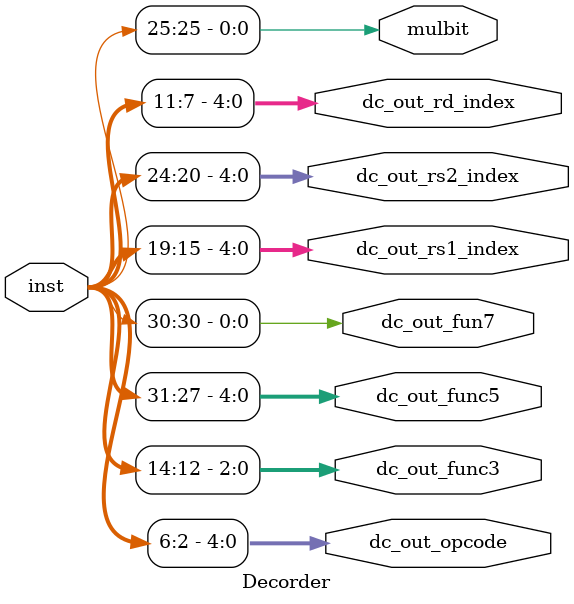
<source format=v>
module Decorder(
	input[31:0] inst,
	output reg[4:0] dc_out_opcode,
	output reg[2:0] dc_out_func3,
	output reg[4:0] dc_out_func5,
	output reg  dc_out_fun7,
	output reg[4:0] dc_out_rs1_index,
	output reg[4:0] dc_out_rs2_index,
	output reg[4:0] dc_out_rd_index,
	output reg mulbit//new
	);

always@(*)
begin
dc_out_opcode[4:0] = inst[6:2];
dc_out_rd_index[4:0] = inst[11:7];
dc_out_func3[2:0] = inst[14:12];
dc_out_rs1_index[4:0] = inst[19:15];
dc_out_rs2_index[4:0] = inst[24:20];
dc_out_fun7 = inst[30];
mulbit = inst[25];
dc_out_func5[4:0] = inst[31:27];
end

endmodule

</source>
